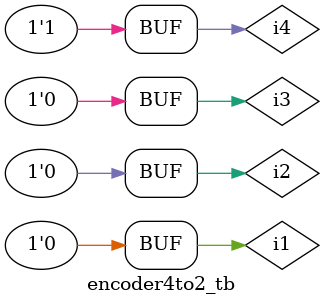
<source format=v>
module encoder4to2(input i1,i2,i3,i4,output y1,y2);

or o1(y2,i2,i4);
or o2(y1,i3,i4);

endmodule


module encoder4to2_tb();
reg i1,i2,i3,i4;
wire y1,y2;

encoder4to2 gate(i1,i2,i3,i4,y1,y2);

initial
repeat(3)
begin
i1=1;i2=0;i3=0;i4=0;#10;
i2=1;i1=0;i3=0;i4=0;#10;
i3=1;i1=0;i2=0;i4=0;#10;
i4=1;i1=0;i3=0;i2=0;#10;
end

initial
$monitor("i1=%d i2=%D i3=%d i4=%d y1=%d y2=%d Time=%0t ",i1,i2,i3,i4,y1,y2,$time);
endmodule

</source>
